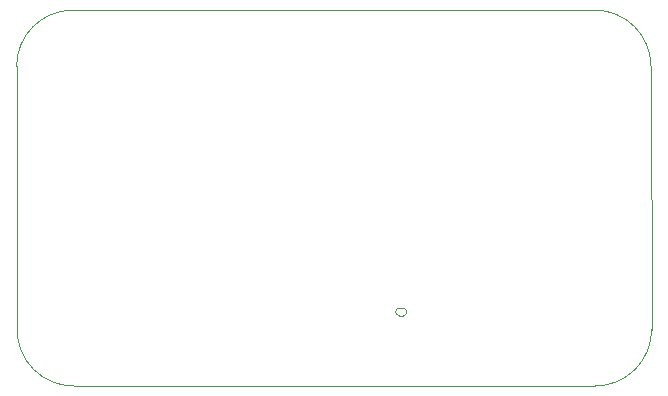
<source format=gbr>
%TF.GenerationSoftware,KiCad,Pcbnew,8.0.8*%
%TF.CreationDate,2025-02-18T00:45:43-08:00*%
%TF.ProjectId,OuterBoard_rev3.1,4f757465-7242-46f6-9172-645f72657633,rev?*%
%TF.SameCoordinates,Original*%
%TF.FileFunction,Profile,NP*%
%FSLAX46Y46*%
G04 Gerber Fmt 4.6, Leading zero omitted, Abs format (unit mm)*
G04 Created by KiCad (PCBNEW 8.0.8) date 2025-02-18 00:45:43*
%MOMM*%
%LPD*%
G01*
G04 APERTURE LIST*
%TA.AperFunction,Profile*%
%ADD10C,0.100000*%
%TD*%
%TA.AperFunction,Profile*%
%ADD11C,0.010000*%
%TD*%
G04 APERTURE END LIST*
D10*
X107086400Y-79425800D02*
X107137200Y-101701600D01*
X156032200Y-74650600D02*
G75*
G02*
X160807400Y-79425800I0J-4775200D01*
G01*
X160807400Y-79425800D02*
X160858200Y-101701600D01*
X111861600Y-74650600D02*
X156032200Y-74650600D01*
X160858200Y-101701600D02*
G75*
G02*
X156083000Y-106476800I-4775200J0D01*
G01*
X111912400Y-106476800D02*
X156083000Y-106476800D01*
X107086400Y-79425800D02*
G75*
G02*
X111861600Y-74650600I4775200J0D01*
G01*
X111912400Y-106476800D02*
G75*
G02*
X107137200Y-101701600I0J4775200D01*
G01*
D11*
%TO.C,J42*%
X139503400Y-99878000D02*
X139803400Y-99878000D01*
X139503400Y-100528000D02*
X139803400Y-100528000D01*
X139503400Y-100528000D02*
G75*
G02*
X139503400Y-99878000I0J325000D01*
G01*
X139803400Y-99878000D02*
G75*
G02*
X139803400Y-100528000I0J-325000D01*
G01*
%TD*%
M02*

</source>
